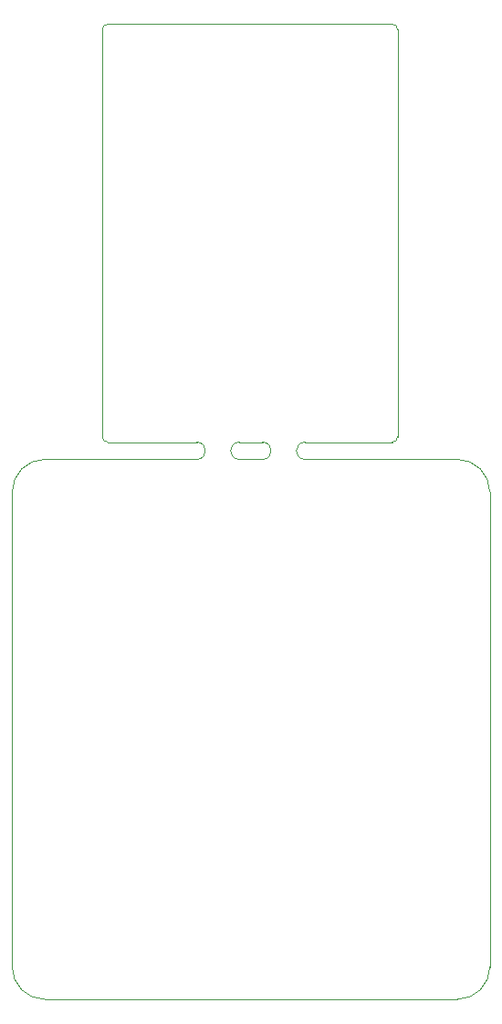
<source format=gm1>
%TF.GenerationSoftware,KiCad,Pcbnew,9.0.7*%
%TF.CreationDate,2026-02-02T18:05:57+06:00*%
%TF.ProjectId,ch585_dev,63683538-355f-4646-9576-2e6b69636164,rev?*%
%TF.SameCoordinates,Original*%
%TF.FileFunction,Profile,NP*%
%FSLAX46Y46*%
G04 Gerber Fmt 4.6, Leading zero omitted, Abs format (unit mm)*
G04 Created by KiCad (PCBNEW 9.0.7) date 2026-02-02 18:05:57*
%MOMM*%
%LPD*%
G01*
G04 APERTURE LIST*
%TA.AperFunction,Profile*%
%ADD10C,0.050000*%
%TD*%
G04 APERTURE END LIST*
D10*
X90200000Y-69600000D02*
G75*
G02*
X93200000Y-72600000I0J-3000000D01*
G01*
X90200000Y-69600000D02*
X77090000Y-69600000D01*
X77090000Y-68000000D02*
X84160000Y-68000000D01*
X84660000Y-67500000D02*
G75*
G02*
X84160000Y-68000000I-500000J0D01*
G01*
X57760000Y-68000000D02*
G75*
G02*
X57260000Y-67500000I0J500000D01*
G01*
X57760000Y-29300000D02*
X84160000Y-29300000D01*
X93200000Y-116600000D02*
G75*
G02*
X90200000Y-119600000I-3000000J0D01*
G01*
X51900000Y-119600000D02*
X90200000Y-119600000D01*
X48900000Y-72600000D02*
G75*
G02*
X51900000Y-69600000I3000000J0D01*
G01*
X84660000Y-67500000D02*
X84660000Y-29800000D01*
X93200000Y-116600000D02*
X93200000Y-72600000D01*
X48900000Y-72600000D02*
X48900000Y-116600000D01*
X64890000Y-69600000D02*
X51900000Y-69600000D01*
X51900000Y-119600000D02*
G75*
G02*
X48900000Y-116600000I0J3000000D01*
G01*
X57260000Y-29800000D02*
G75*
G02*
X57760000Y-29300000I500000J0D01*
G01*
X57260000Y-67500000D02*
X57260000Y-29800000D01*
X84160000Y-29300000D02*
G75*
G02*
X84660000Y-29800000I0J-500000D01*
G01*
X64890000Y-68000000D02*
X57760000Y-68000000D01*
%TO.C,B2*%
X71090000Y-68000000D02*
X72120000Y-68000000D01*
X71090000Y-69600000D02*
X72120000Y-69600000D01*
X77090000Y-68000000D02*
X76060000Y-68000000D01*
X77090000Y-69600000D02*
X76060000Y-69600000D01*
X72120000Y-68000000D02*
G75*
G02*
X72120000Y-69600000I0J-800000D01*
G01*
X76060000Y-69600000D02*
G75*
G02*
X76060000Y-68000000I0J800000D01*
G01*
%TO.C,B1*%
X64890000Y-68000000D02*
X66020000Y-68000000D01*
X64890000Y-69600000D02*
X66020000Y-69600000D01*
X71090000Y-68000000D02*
X69960000Y-68000000D01*
X71090000Y-69600000D02*
X69960000Y-69600000D01*
X66020000Y-68000000D02*
G75*
G02*
X66020000Y-69600000I0J-800000D01*
G01*
X69960000Y-69600000D02*
G75*
G02*
X69960000Y-68000000I0J800000D01*
G01*
%TD*%
M02*

</source>
